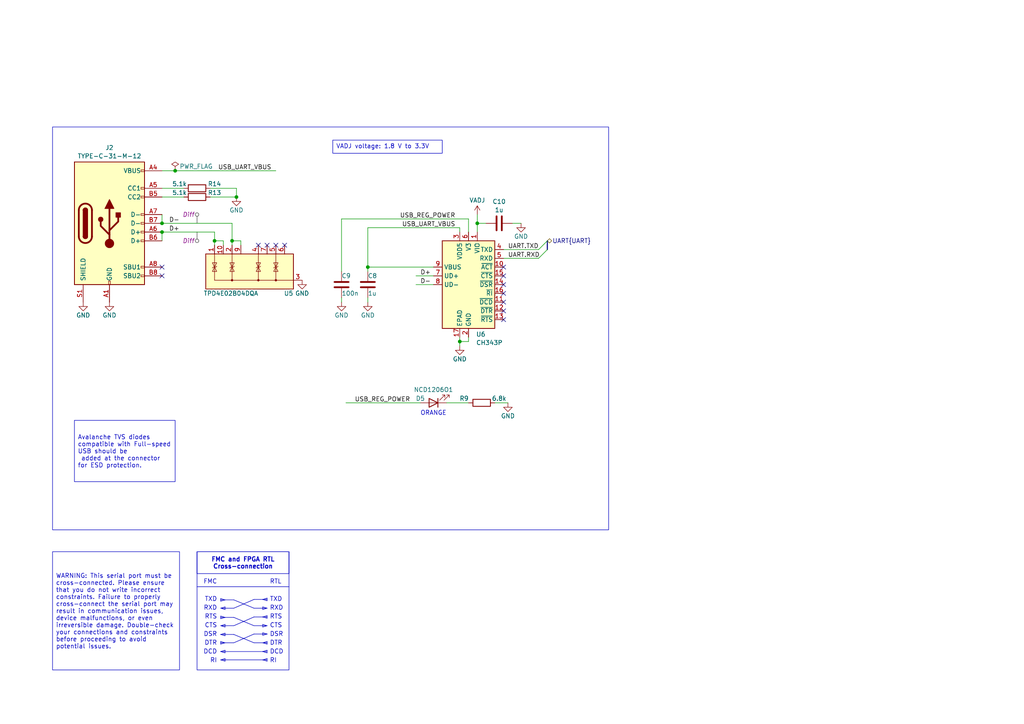
<source format=kicad_sch>
(kicad_sch (version 20231120) (generator "eeschema") (generator_version "8.0")
  (paper "A4")
  (title_block (title "UART") (date "2024-05-26") (rev "1.0.0") (company "CHIPS Alliance") (comment 1 "Yichuan Gao (2024-05-21)") (comment 2 "Yichuan Gao (2024-05-21)") (comment 4 "Yichuan Gao (2024-05-26)"))
  (lib_symbols
    (symbol "CHIPSAlliance_Interface:CH343P"
      (property "Reference" "U" (at -8.89 14.605 0))
      (property "Value" "CH343P" (at 8.255 14.605 0))
      (symbol "CH343P_0_1"
        (rectangle (start -7.62 12.7) (end 7.62 -12.7) (stroke (width 0.254)) (fill (type background)))
      )
      (symbol "CH343P_1_0"
        (pin power_in line (at -2.54 -15.24 90) (length 2.54) (name "EPAD") (number "17"))
      )
      (symbol "CH343P_1_1"
        (pin power_in line (at 2.54 15.24 270) (length 2.54) (name "VIO") (number "1"))
        (pin output line (at 10.16 5.08 180) (length 2.54) (name "~{ACT}") (number "10"))
        (pin input line (at 10.16 -5.08 180) (length 2.54) (name "~{DCD}") (number "11"))
        (pin output line (at 10.16 -7.62 180) (length 2.54) (name "~{DTR}") (number "12"))
        (pin output line (at 10.16 -10.16 180) (length 2.54) (name "~{RTS}") (number "13"))
        (pin input line (at 10.16 0 180) (length 2.54) (name "~{DSR}") (number "14"))
        (pin input line (at 10.16 2.54 180) (length 2.54) (name "~{CTS}") (number "15"))
        (pin input line (at 10.16 -2.54 180) (length 2.54) (name "~{RI}") (number "16"))
        (pin power_in line (at 0 -15.24 90) (length 2.54) (name "GND") (number "2"))
        (pin power_in line (at -2.54 15.24 270) (length 2.54) (name "VDD5") (number "3"))
        (pin output line (at 10.16 10.16 180) (length 2.54) (name "TXD") (number "4"))
        (pin input line (at 10.16 7.62 180) (length 2.54) (name "RXD") (number "5"))
        (pin power_out line (at 0 15.24 270) (length 2.54) (name "V3") (number "6"))
        (pin bidirectional line (at -10.16 2.54 0) (length 2.54) (name "UD+") (number "7"))
        (pin bidirectional line (at -10.16 0 0) (length 2.54) (name "UD-") (number "8"))
        (pin passive line (at -10.16 5.08 0) (length 2.54) (name "VBUS") (number "9"))
      )
    )
    (symbol "CHIPSAlliance_Power:GND" (power) (pin_names (offset 0))
      (property "Value" "GND" (at 0 -3.81 0))
      (symbol "GND_0_1"
        (polyline (pts (xy 0 0) (xy 0 -1.27) (xy 1.27 -1.27) (xy 0 -2.54) (xy -1.27 -1.27) (xy 0 -1.27)))
      )
      (symbol "GND_1_1"
        (pin power_in line (at 0 0 270) (length 0) hide (name "GND") (number "1"))
      )
    )
    (symbol "CHIPSAlliance_Power:VADJ" (power) (pin_names (offset 0))
      (property "Value" "VADJ" (at 0 3.81 0))
      (symbol "VADJ_0_1"
        (polyline (pts (xy -0.762 1.27) (xy 0 2.54)))
        (polyline (pts (xy 0 0) (xy 0 2.54)))
        (polyline (pts (xy 0 2.54) (xy 0.762 1.27)))
      )
      (symbol "VADJ_1_1"
        (pin power_in line (at 0 0 90) (length 0) hide (name "VADJ") (number "1"))
      )
    )
    (symbol "Connector:USB_C_Receptacle_USB2.0_16P" (pin_names (offset 1.016))
      (property "Reference" "J" (at 0 22.225 0))
      (property "Value" "USB_C_Receptacle_USB2.0_16P" (at 0 19.685 0))
      (symbol "USB_C_Receptacle_USB2.0_16P_0_0"
        (rectangle (start -0.254 -17.78) (end 0.254 -16.764))
        (rectangle (start 10.16 -14.986) (end 9.144 -15.494))
        (rectangle (start 10.16 -12.446) (end 9.144 -12.954))
        (rectangle (start 10.16 -4.826) (end 9.144 -5.334))
        (rectangle (start 10.16 -2.286) (end 9.144 -2.794))
        (rectangle (start 10.16 0.254) (end 9.144 -0.254))
        (rectangle (start 10.16 2.794) (end 9.144 2.286))
        (rectangle (start 10.16 7.874) (end 9.144 7.366))
        (rectangle (start 10.16 10.414) (end 9.144 9.906))
        (rectangle (start 10.16 15.494) (end 9.144 14.986))
      )
      (symbol "USB_C_Receptacle_USB2.0_16P_0_1"
        (rectangle (start -10.16 17.78) (end 10.16 -17.78) (stroke (width 0.254)) (fill (type background)))
        (arc (start -8.89 -3.81) (mid -6.985 -5.7067) (end -5.08 -3.81) (stroke (width 0.508)))
        (arc (start -7.62 -3.81) (mid -6.985 -4.4423) (end -6.35 -3.81) (stroke (width 0.254)))
        (arc (start -7.62 -3.81) (mid -6.985 -4.4423) (end -6.35 -3.81) (stroke (width 0.254)) (fill (type outline)))
        (rectangle (start -7.62 -3.81) (end -6.35 3.81) (stroke (width 0.254)) (fill (type outline)))
        (arc (start -6.35 3.81) (mid -6.985 4.4423) (end -7.62 3.81) (stroke (width 0.254)))
        (arc (start -6.35 3.81) (mid -6.985 4.4423) (end -7.62 3.81) (stroke (width 0.254)) (fill (type outline)))
        (arc (start -5.08 3.81) (mid -6.985 5.7067) (end -8.89 3.81) (stroke (width 0.508)))
        (circle (center -2.54 1.143) (radius 0.635) (stroke (width 0.254)) (fill (type outline)))
        (circle (center 0 -5.842) (radius 1.27) (fill (type outline)))
        (polyline (pts (xy -8.89 -3.81) (xy -8.89 3.81)) (stroke (width 0.508)))
        (polyline (pts (xy -5.08 3.81) (xy -5.08 -3.81)) (stroke (width 0.508)))
        (polyline (pts (xy 0 -5.842) (xy 0 4.318)) (stroke (width 0.508)))
        (polyline (pts (xy 0 -3.302) (xy -2.54 -0.762) (xy -2.54 0.508)) (stroke (width 0.508)))
        (polyline (pts (xy 0 -2.032) (xy 2.54 0.508) (xy 2.54 1.778)) (stroke (width 0.508)))
        (polyline (pts (xy -1.27 4.318) (xy 0 6.858) (xy 1.27 4.318) (xy -1.27 4.318)) (stroke (width 0.254)) (fill (type outline)))
        (rectangle (start 1.905 1.778) (end 3.175 3.048) (stroke (width 0.254)) (fill (type outline)))
      )
      (symbol "USB_C_Receptacle_USB2.0_16P_1_1"
        (pin passive line (at 0 -22.86 90) (length 5.08) (name "GND") (number "A1"))
        (pin passive line (at 0 -22.86 90) (length 5.08) hide (name "GND") (number "A12"))
        (pin passive line (at 15.24 15.24 180) (length 5.08) (name "VBUS") (number "A4"))
        (pin bidirectional line (at 15.24 10.16 180) (length 5.08) (name "CC1") (number "A5"))
        (pin bidirectional line (at 15.24 -2.54 180) (length 5.08) (name "D+") (number "A6"))
        (pin bidirectional line (at 15.24 2.54 180) (length 5.08) (name "D-") (number "A7"))
        (pin bidirectional line (at 15.24 -12.7 180) (length 5.08) (name "SBU1") (number "A8"))
        (pin passive line (at 15.24 15.24 180) (length 5.08) hide (name "VBUS") (number "A9"))
        (pin passive line (at 0 -22.86 90) (length 5.08) hide (name "GND") (number "B1"))
        (pin passive line (at 0 -22.86 90) (length 5.08) hide (name "GND") (number "B12"))
        (pin passive line (at 15.24 15.24 180) (length 5.08) hide (name "VBUS") (number "B4"))
        (pin bidirectional line (at 15.24 7.62 180) (length 5.08) (name "CC2") (number "B5"))
        (pin bidirectional line (at 15.24 -5.08 180) (length 5.08) (name "D+") (number "B6"))
        (pin bidirectional line (at 15.24 0 180) (length 5.08) (name "D-") (number "B7"))
        (pin bidirectional line (at 15.24 -15.24 180) (length 5.08) (name "SBU2") (number "B8"))
        (pin passive line (at 15.24 15.24 180) (length 5.08) hide (name "VBUS") (number "B9"))
        (pin passive line (at -7.62 -22.86 90) (length 5.08) (name "SHIELD") (number "S1"))
      )
    )
    (symbol "Device:C" (pin_numbers hide) (pin_names (offset 0.254))
      (property "Reference" "C" (at 0.635 2.54 0))
      (property "Value" "C" (at 0.635 -2.54 0))
      (symbol "C_0_1"
        (polyline (pts (xy -2.032 -0.762) (xy 2.032 -0.762)) (stroke (width 0.508)))
        (polyline (pts (xy -2.032 0.762) (xy 2.032 0.762)) (stroke (width 0.508)))
      )
      (symbol "C_1_1"
        (pin passive line (at 0 3.81 270) (length 2.794) (name "~") (number "1"))
        (pin passive line (at 0 -3.81 90) (length 2.794) (name "~") (number "2"))
      )
    )
    (symbol "Device:LED" (pin_numbers hide) (pin_names (offset 1.016) hide)
      (property "Reference" "D" (at 0 2.54 0))
      (property "Value" "LED" (at 0 -2.54 0))
      (symbol "LED_0_1"
        (polyline (pts (xy -1.27 -1.27) (xy -1.27 1.27)) (stroke (width 0.254)))
        (polyline (pts (xy -1.27 0) (xy 1.27 0)))
        (polyline (pts (xy 1.27 -1.27) (xy 1.27 1.27) (xy -1.27 0) (xy 1.27 -1.27)) (stroke (width 0.254)))
        (polyline (pts (xy -3.048 -0.762) (xy -4.572 -2.286) (xy -3.81 -2.286) (xy -4.572 -2.286) (xy -4.572 -1.524)))
        (polyline (pts (xy -1.778 -0.762) (xy -3.302 -2.286) (xy -2.54 -2.286) (xy -3.302 -2.286) (xy -3.302 -1.524)))
      )
      (symbol "LED_1_1"
        (pin passive line (at -3.81 0 0) (length 2.54) (name "K") (number "1"))
        (pin passive line (at 3.81 0 180) (length 2.54) (name "A") (number "2"))
      )
    )
    (symbol "Device:R" (pin_numbers hide) (pin_names (offset 0))
      (property "Reference" "R" (at 2.032 0 90))
      (property "Value" "R" (at 0 0 90))
      (symbol "R_0_1"
        (rectangle (start -1.016 -2.54) (end 1.016 2.54) (stroke (width 0.254)))
      )
      (symbol "R_1_1"
        (pin passive line (at 0 3.81 270) (length 1.27) (name "~") (number "1"))
        (pin passive line (at 0 -3.81 90) (length 1.27) (name "~") (number "2"))
      )
    )
    (symbol "Power_Protection:TPD4E02B04DQA" (pin_names hide)
      (property "Reference" "U" (at 2.54 -11.43 0))
      (property "Value" "TPD4E02B04DQA" (at 7.62 1.905 0))
      (symbol "TPD4E02B04DQA_0_0"
        (pin passive line (at 2.54 -15.24 90) (length 2.54) (name "G") (number "3"))
      )
      (symbol "TPD4E02B04DQA_0_1"
        (rectangle (start -5.08 12.7) (end 5.08 -12.7) (stroke (width 0.254)) (fill (type background)))
        (polyline (pts (xy -5.08 -7.62) (xy 2.54 -7.62)))
        (polyline (pts (xy -5.08 -2.54) (xy 2.54 -2.54)))
        (polyline (pts (xy -5.08 5.08) (xy 2.54 5.08)))
        (polyline (pts (xy -5.08 10.16) (xy 2.54 10.16)))
        (polyline (pts (xy 2.54 10.16) (xy 2.54 -12.7)) (stroke (width 0.1524)))
        (polyline (pts (xy -1.27 -7.62) (xy 0 -8.255) (xy 0 -6.985) (xy -1.27 -7.62)))
        (polyline (pts (xy -1.27 -2.54) (xy 0 -3.175) (xy 0 -1.905) (xy -1.27 -2.54)))
        (polyline (pts (xy -1.27 5.08) (xy 0 4.445) (xy 0 5.715) (xy -1.27 5.08)))
        (polyline (pts (xy -1.27 10.16) (xy 0 9.525) (xy 0 10.795) (xy -1.27 10.16)))
        (circle (center 2.54 -7.62) (radius 0.254) (fill (type outline)))
        (circle (center 2.54 -2.54) (radius 0.254) (fill (type outline)))
        (circle (center 2.54 5.08) (radius 0.254) (fill (type outline)))
      )
      (symbol "TPD4E02B04DQA_1_1"
        (polyline (pts (xy -1.524 -8.255) (xy -1.27 -8.001) (xy -1.27 -7.239) (xy -1.016 -6.985)))
        (polyline (pts (xy -1.524 -3.175) (xy -1.27 -2.921) (xy -1.27 -2.159) (xy -1.016 -1.905)))
        (polyline (pts (xy -1.524 4.445) (xy -1.27 4.699) (xy -1.27 5.461) (xy -1.016 5.715)))
        (polyline (pts (xy -1.524 9.525) (xy -1.27 9.779) (xy -1.27 10.541) (xy -1.016 10.795)))
        (polyline (pts (xy -1.27 -7.62) (xy -2.54 -8.255) (xy -2.54 -6.985) (xy -1.27 -7.62)))
        (polyline (pts (xy -1.27 -2.54) (xy -2.54 -3.175) (xy -2.54 -1.905) (xy -1.27 -2.54)))
        (polyline (pts (xy -1.27 5.08) (xy -2.54 4.445) (xy -2.54 5.715) (xy -1.27 5.08)))
        (polyline (pts (xy -1.27 10.16) (xy -2.54 9.525) (xy -2.54 10.795) (xy -1.27 10.16)))
        (pin passive line (at -7.62 10.16 0) (length 2.54) (name "IO1") (number "1"))
        (pin free line (at -7.62 7.62 0) (length 2.54) (name "NC") (number "10"))
        (pin passive line (at -7.62 5.08 0) (length 2.54) (name "IO2") (number "2"))
        (pin passive line (at -7.62 -2.54 0) (length 2.54) (name "IO3") (number "4"))
        (pin passive line (at -7.62 -7.62 0) (length 2.54) (name "IO4") (number "5"))
        (pin free line (at -7.62 -10.16 0) (length 2.54) (name "NC") (number "6"))
        (pin free line (at -7.62 -5.08 0) (length 2.54) (name "NC") (number "7"))
        (pin passive line (at 2.54 -15.24 90) (length 2.54) hide (name "G") (number "8"))
        (pin free line (at -7.62 2.54 0) (length 2.54) (name "NC") (number "9"))
      )
    )
    (symbol "power:PWR_FLAG" (power) (pin_numbers hide) (pin_names (offset 0) hide)
      (property "Value" "PWR_FLAG" (at 0 3.81 0))
      (symbol "PWR_FLAG_0_0"
        (pin power_out line (at 0 0 90) (length 0) (name "~") (number "1"))
      )
      (symbol "PWR_FLAG_0_1"
        (polyline (pts (xy 0 0) (xy 0 1.27) (xy -1.016 1.905) (xy 0 2.54) (xy 1.016 1.905) (xy 0 1.27)))
      )
    )
  )
  (bus_alias "SDIO" (members "DAT0" "DAT1" "DAT2" "DAT3" "CMD" "CLK"))
  (bus_alias "UART" (members "TXD" "RXD" "~{RTS}" "~{CTS}" "~{DSR}" "~{DTR}" "~{DCD}" "~{RI}"))
  (junction (at 46.99 67.31))
  (junction (at 106.68 77.47))
  (junction (at 133.35 99.06))
  (junction (at 138.43 64.77))
  (junction (at 46.99 64.77))
  (junction (at 67.31 69.85))
  (junction (at 68.58 57.15))
  (junction (at 62.23 69.85))
  (junction (at 50.8 49.53))
  (no_connect (at 146.05 92.71))
  (no_connect (at 46.99 80.01))
  (no_connect (at 146.05 77.47))
  (no_connect (at 146.05 85.09))
  (no_connect (at 74.93 71.12))
  (no_connect (at 146.05 82.55))
  (no_connect (at 80.01 71.12))
  (no_connect (at 77.47 71.12))
  (no_connect (at 146.05 87.63))
  (no_connect (at 82.55 71.12))
  (no_connect (at 146.05 90.17))
  (no_connect (at 146.05 80.01))
  (no_connect (at 46.99 77.47))
  (bus_entry (at 156.21 74.93) (size 2.54 -2.54))
  (bus_entry (at 156.21 72.39) (size 2.54 -2.54))
  (polyline (pts (xy 77.47 189.357) (xy 76.2 188.976)))
  (polyline (pts (xy 64.008 174.371) (xy 65.278 173.99)))
  (wire (pts (xy 133.35 66.04) (xy 106.68 66.04)))
  (polyline (pts (xy 67.818 181.483) (xy 73.66 178.943)))
  (wire (pts (xy 53.34 57.15) (xy 46.99 57.15)))
  (polyline (pts (xy 65.278 191.008) (xy 64.008 191.389)))
  (polyline (pts (xy 67.818 176.403) (xy 73.66 173.863)))
  (wire (pts (xy 133.35 67.31) (xy 133.35 66.04)))
  (wire (pts (xy 135.89 97.79) (xy 135.89 99.06)))
  (polyline (pts (xy 65.278 181.864) (xy 65.278 181.102)))
  (polyline (pts (xy 64.008 186.817) (xy 65.278 186.436)))
  (wire (pts (xy 99.06 63.5) (xy 135.89 63.5)))
  (wire (pts (xy 69.85 71.12) (xy 69.85 69.85)))
  (polyline (pts (xy 77.47 189.357) (xy 77.47 188.595)))
  (polyline (pts (xy 67.818 186.436) (xy 73.66 183.896)))
  (polyline (pts (xy 64.008 173.609) (xy 65.278 173.99)))
  (polyline (pts (xy 67.818 179.07) (xy 73.66 181.483)))
  (polyline (pts (xy 67.818 181.483) (xy 64.008 181.483)))
  (wire (pts (xy 46.99 67.31) (xy 46.99 69.85)))
  (wire (pts (xy 64.77 69.85) (xy 62.23 69.85)))
  (polyline (pts (xy 77.47 178.943) (xy 73.66 178.943)))
  (wire (pts (xy 50.8 49.53) (xy 46.99 49.53)))
  (wire (pts (xy 46.99 62.23) (xy 46.99 64.77)))
  (wire (pts (xy 138.43 64.77) (xy 138.43 67.31)))
  (wire (pts (xy 106.68 78.74) (xy 106.68 77.47)))
  (polyline (pts (xy 65.278 181.102) (xy 64.008 181.483)))
  (polyline (pts (xy 77.47 186.055) (xy 76.2 186.436)))
  (wire (pts (xy 64.77 71.12) (xy 64.77 69.85)))
  (wire (pts (xy 138.43 64.77) (xy 140.97 64.77)))
  (wire (pts (xy 67.31 64.77) (xy 67.31 69.85)))
  (polyline (pts (xy 76.2 181.102) (xy 76.2 181.864)))
  (polyline (pts (xy 76.2 176.022) (xy 77.47 176.403)))
  (polyline (pts (xy 76.2 176.784) (xy 77.47 176.403)))
  (wire (pts (xy 99.06 78.74) (xy 99.06 63.5)))
  (polyline (pts (xy 77.47 186.817) (xy 77.47 186.055)))
  (wire (pts (xy 143.51 116.84) (xy 147.32 116.84)))
  (polyline (pts (xy 64.008 186.436) (xy 67.818 186.436)))
  (polyline (pts (xy 77.47 174.244) (xy 77.47 173.482)))
  (polyline (pts (xy 77.47 191.77) (xy 77.47 191.008)))
  (polyline (pts (xy 77.47 186.436) (xy 73.66 186.436)))
  (wire (pts (xy 53.34 54.61) (xy 46.99 54.61)))
  (wire (pts (xy 129.54 116.84) (xy 135.89 116.84)))
  (polyline (pts (xy 77.47 191.008) (xy 76.2 191.389)))
  (polyline (pts (xy 64.008 173.609) (xy 64.008 174.371)))
  (wire (pts (xy 120.65 82.55) (xy 125.73 82.55)))
  (polyline (pts (xy 77.47 186.817) (xy 76.2 186.436)))
  (wire (pts (xy 62.23 69.85) (xy 62.23 71.12)))
  (polyline (pts (xy 67.818 184.023) (xy 73.66 186.436)))
  (polyline (pts (xy 65.278 188.595) (xy 64.008 188.976)))
  (wire (pts (xy 156.21 74.93) (xy 146.05 74.93)))
  (wire (pts (xy 156.21 72.39) (xy 146.05 72.39)))
  (wire (pts (xy 68.58 57.15) (xy 60.96 57.15)))
  (polyline (pts (xy 77.47 191.77) (xy 76.2 191.389)))
  (wire (pts (xy 69.85 69.85) (xy 67.31 69.85)))
  (wire (pts (xy 106.68 77.47) (xy 125.73 77.47)))
  (polyline (pts (xy 65.278 181.864) (xy 64.008 181.483)))
  (polyline (pts (xy 77.47 179.324) (xy 76.2 178.943)))
  (wire (pts (xy 99.06 87.63) (xy 99.06 86.36)))
  (wire (pts (xy 62.23 67.31) (xy 62.23 69.85)))
  (polyline (pts (xy 73.66 181.483) (xy 77.47 181.483)))
  (polyline (pts (xy 77.343 191.389) (xy 64.008 191.389)))
  (wire (pts (xy 148.59 64.77) (xy 151.13 64.77)))
  (wire (pts (xy 68.58 54.61) (xy 60.96 54.61)))
  (wire (pts (xy 106.68 87.63) (xy 106.68 86.36)))
  (polyline (pts (xy 64.008 178.689) (xy 64.008 179.451)))
  (wire (pts (xy 106.68 66.04) (xy 106.68 77.47)))
  (polyline (pts (xy 67.818 176.403) (xy 64.008 176.403)))
  (wire (pts (xy 68.58 54.61) (xy 68.58 57.15)))
  (polyline (pts (xy 76.2 183.515) (xy 77.47 183.896)))
  (polyline (pts (xy 65.278 184.404) (xy 64.008 184.023)))
  (polyline (pts (xy 77.343 188.976) (xy 64.008 188.976)))
  (wire (pts (xy 100.33 116.84) (xy 121.92 116.84)))
  (polyline (pts (xy 65.278 189.357) (xy 65.278 188.595)))
  (polyline (pts (xy 65.278 189.357) (xy 64.008 188.976)))
  (polyline (pts (xy 64.008 186.055) (xy 64.008 186.817)))
  (bus (pts (xy 158.75 69.85) (xy 158.75 72.39)))
  (polyline (pts (xy 64.008 173.99) (xy 67.818 173.99)))
  (wire (pts (xy 80.01 49.53) (xy 50.8 49.53)))
  (wire (pts (xy 67.31 69.85) (xy 67.31 71.12)))
  (polyline (pts (xy 77.47 178.562) (xy 76.2 178.943)))
  (polyline (pts (xy 65.278 176.784) (xy 64.008 176.403)))
  (polyline (pts (xy 77.47 179.324) (xy 77.47 178.562)))
  (polyline (pts (xy 64.008 179.07) (xy 67.818 179.07)))
  (polyline (pts (xy 73.66 176.403) (xy 77.47 176.403)))
  (polyline (pts (xy 77.47 174.244) (xy 76.2 173.863)))
  (polyline (pts (xy 67.818 173.99) (xy 73.66 176.403)))
  (wire (pts (xy 135.89 99.06) (xy 133.35 99.06)))
  (polyline (pts (xy 64.008 179.451) (xy 65.278 179.07)))
  (polyline (pts (xy 76.2 183.515) (xy 76.2 184.277)))
  (wire (pts (xy 133.35 97.79) (xy 133.35 99.06)))
  (polyline (pts (xy 65.278 191.77) (xy 65.278 191.008)))
  (wire (pts (xy 133.35 99.06) (xy 133.35 100.33)))
  (polyline (pts (xy 65.278 176.784) (xy 65.278 176.022)))
  (polyline (pts (xy 77.47 173.863) (xy 73.66 173.863)))
  (polyline (pts (xy 73.66 183.896) (xy 77.47 183.896)))
  (polyline (pts (xy 76.2 181.102) (xy 77.47 181.483)))
  (polyline (pts (xy 65.278 184.404) (xy 65.278 183.642)))
  (polyline (pts (xy 67.818 184.023) (xy 64.008 184.023)))
  (wire (pts (xy 138.43 62.23) (xy 138.43 64.77)))
  (polyline (pts (xy 64.008 178.689) (xy 65.278 179.07)))
  (wire (pts (xy 46.99 64.77) (xy 67.31 64.77)))
  (polyline (pts (xy 77.47 188.595) (xy 76.2 188.976)))
  (polyline (pts (xy 76.2 176.022) (xy 76.2 176.784)))
  (polyline (pts (xy 77.47 173.482) (xy 76.2 173.863)))
  (polyline (pts (xy 64.008 186.055) (xy 65.278 186.436)))
  (polyline (pts (xy 65.278 176.022) (xy 64.008 176.403)))
  (wire (pts (xy 120.65 80.01) (xy 125.73 80.01)))
  (polyline (pts (xy 76.2 181.864) (xy 77.47 181.483)))
  (wire (pts (xy 135.89 67.31) (xy 135.89 63.5)))
  (polyline (pts (xy 57.15 170.18) (xy 83.82 170.18)))
  (wire (pts (xy 62.23 67.31) (xy 46.99 67.31)))
  (polyline (pts (xy 76.2 184.277) (xy 77.47 183.896)))
  (polyline (pts (xy 65.278 183.642) (xy 64.008 184.023)))
  (polyline (pts (xy 65.278 191.77) (xy 64.008 191.389)))
  (rectangle (start 57.15 160.02) (end 83.82 194.31))
  (rectangle (start 15.24 36.83) (end 176.53 153.67))
  (text_box "FMC and FPGA RTL\nCross-connection" (at 57.15 160.02 0) (size 26.67 6.35) (effects (font (size 1.27 1.27) (thickness 0.254) (bold yes))))
  (text_box "WARNING: This serial port must be cross-connected. Please ensure that you do not write incorrect constraints. Failure to properly cross-connect the serial port may result in communication issues, device malfunctions, or even irreversible damage. Double-check your connections and constraints before proceeding to avoid potential issues." (at 15.24 160.02 0) (size 36.83 34.29) (effects (font (size 1.27 1.27)) (justify left)))
  (text_box "VADJ voltage: 1.8 V to 3.3V" (at 96.52 40.64 0) (size 31.75 3.81) (effects (font (size 1.27 1.27)) (justify left top)))
  (text_box "Avalanche TVS diodes compatible with Full-speed USB should be\n added at the connector for ESD protection." (at 21.59 121.92 0) (size 29.21 17.78) (effects (font (size 1.27 1.27)) (justify left)))
  (text "ORANGE" (at 121.92 120.65 0) (effects (font (size 1.27 1.27)) (justify left bottom)))
  (text "FMC" (at 62.992 169.545 0) (effects (font (size 1.27 1.27)) (justify right bottom)))
  (text "RXD" (at 62.992 177.165 0) (effects (font (size 1.27 1.27)) (justify right bottom)))
  (text "TXD" (at 78.232 174.625 0) (effects (font (size 1.27 1.27)) (justify left bottom)))
  (text "RXD" (at 78.232 177.165 0) (effects (font (size 1.27 1.27)) (justify left bottom)))
  (text "DCD" (at 62.992 189.865 0) (effects (font (size 1.27 1.27)) (justify right bottom)))
  (text "RTS" (at 78.232 179.705 0) (effects (font (size 1.27 1.27)) (justify left bottom)))
  (text "DSR" (at 78.232 184.785 0) (effects (font (size 1.27 1.27)) (justify left bottom)))
  (text "DTR" (at 78.232 187.325 0) (effects (font (size 1.27 1.27)) (justify left bottom)))
  (text "CTS" (at 78.232 182.245 0) (effects (font (size 1.27 1.27)) (justify left bottom)))
  (text "RTS" (at 62.992 179.705 0) (effects (font (size 1.27 1.27)) (justify right bottom)))
  (text "DSR" (at 62.992 184.785 0) (effects (font (size 1.27 1.27)) (justify right bottom)))
  (text "RI" (at 62.992 192.405 0) (effects (font (size 1.27 1.27)) (justify right bottom)))
  (text "RTL" (at 78.232 169.545 0) (effects (font (size 1.27 1.27)) (justify left bottom)))
  (text "CTS" (at 62.992 182.245 0) (effects (font (size 1.27 1.27)) (justify right bottom)))
  (text "DTR" (at 62.992 187.325 0) (effects (font (size 1.27 1.27)) (justify right bottom)))
  (text "TXD" (at 62.992 174.625 0) (effects (font (size 1.27 1.27)) (justify right bottom)))
  (text "DCD" (at 78.232 189.865 0) (effects (font (size 1.27 1.27)) (justify left bottom)))
  (text "RI" (at 78.232 192.405 0) (effects (font (size 1.27 1.27)) (justify left bottom)))
  (label "UART.TXD" (at 147.32 72.39 0))
  (label "USB_UART_VBUS" (at 132.08 66.04 180))
  (label "D-" (at 52.07 64.77 180))
  (label "D+" (at 121.92 80.01 0))
  (label "D-" (at 121.92 82.55 0))
  (label "USB_REG_POWER" (at 102.87 116.84 0))
  (label "D+" (at 52.07 67.31 180))
  (label "UART.RXD" (at 147.32 74.93 0))
  (label "USB_UART_VBUS" (at 78.74 49.53 180))
  (label "USB_REG_POWER" (at 132.08 63.5 180))
  (hierarchical_label "UART{UART}" (shape tri_state) (at 158.75 69.85 0))
  (netclass_flag "" (length 2.54) (shape round) (at 57.15 64.77 0) (property "Netclass" "Diff" (at 56.4515 62.23 0) (effects (font (italic yes)) (justify right))))
  (netclass_flag "" (length 2.54) (shape round) (at 57.15 67.31 180) (property "Netclass" "Diff" (at 56.4515 69.85 0) (effects (font (italic yes)) (justify right))))
  (symbol (lib_id "Power_Protection:TPD4E02B04DQA") (at 72.39 78.74 90) (mirror x) (unit 1)
    (property "Reference" "U5" (at 85.09 85.09 90) (effects (justify left)))
    (property "Value" "TPD4E02B04DQA" (at 74.93 85.09 90) (effects (justify left)))
    (property "Footprint" "Package_SON:USON-10_2.5x1.0mm_P0.5mm" (effects (hide yes)))
    (property "Datasheet" "http://www.ti.com/lit/ds/symlink/tpd4e02b04.pdf" (effects (hide yes)))
  )
  (symbol (lib_id "CHIPSAlliance_Power:GND") (at 68.58 57.15 0) (mirror y) (unit 1)
    (property "Reference" "#PWR093" (effects (hide yes)))
    (property "Value" "GND" (at 68.58 60.96 0))
  )
  (symbol (lib_id "Device:C") (at 106.68 82.55 0) (unit 1)
    (property "Reference" "C8" (at 106.68 80.01 0) (effects (justify left)))
    (property "Value" "1u" (at 106.68 85.09 0) (effects (justify left)))
    (property "Footprint" "Capacitor_SMD:C_0402_1005Metric" (effects (hide yes)))
  )
  (symbol (lib_id "Device:C") (at 144.78 64.77 90) (unit 1)
    (property "Reference" "C10" (at 144.78 58.4665 90))
    (property "Value" "1u" (at 144.78 60.8908 90))
    (property "Footprint" "Capacitor_SMD:C_0402_1005Metric" (effects (hide yes)))
  )
  (symbol (lib_id "CHIPSAlliance_Power:GND") (at 87.63 81.28 0) (mirror y) (unit 1)
    (property "Reference" "#PWR0234" (effects (hide yes)))
    (property "Value" "GND" (at 87.63 85.09 0))
  )
  (symbol (lib_id "Device:R") (at 139.7 116.84 90) (unit 1)
    (property "Reference" "R9" (at 134.62 115.57 90))
    (property "Value" "6.8k" (at 144.78 115.57 90))
    (property "Footprint" "Resistor_SMD:R_0402_1005Metric" (effects (hide yes)))
  )
  (symbol (lib_id "CHIPSAlliance_Power:VADJ") (at 138.43 62.23 0) (unit 1)
    (property "Reference" "#PWR0100" (effects (hide yes)))
    (property "Value" "VADJ" (at 138.43 58.0969 0))
  )
  (symbol (lib_id "CHIPSAlliance_Interface:CH343P") (at 135.89 82.55 0) (unit 1)
    (property "Reference" "U6" (at 138.0841 96.9701 0) (effects (justify left)))
    (property "Value" "CH343P" (at 138.0841 99.3944 0) (effects (justify left)))
    (property "Footprint" "Package_DFN_QFN:QFN-16-1EP_3x3mm_P0.5mm_EP1.7x1.7mm" (effects (hide yes)))
    (property "Datasheet" "https://www.wch.cn/downloads/CH343DS1_PDF.html" (effects (hide yes)))
    (property "Description" "USB to High-Speed Serial Port Chip" (effects (hide yes)))
  )
  (symbol (lib_id "CHIPSAlliance_Power:GND") (at 106.68 87.63 0) (unit 1)
    (property "Reference" "#PWR0106" (effects (hide yes)))
    (property "Value" "GND" (at 106.68 91.44 0))
  )
  (symbol (lib_id "CHIPSAlliance_Power:GND") (at 99.06 87.63 0) (unit 1)
    (property "Reference" "#PWR0102" (effects (hide yes)))
    (property "Value" "GND" (at 99.06 91.44 0))
  )
  (symbol (lib_id "Device:LED") (at 125.73 116.84 180) (unit 1)
    (property "Reference" "D5" (at 121.92 115.57 0))
    (property "Value" "NCD1206O1" (at 125.73 113.03 0))
    (property "Footprint" "LED_SMD:LED_1206_3216Metric" (effects (hide yes)))
    (property "Datasheet" "https://atta.szlcsc.com/upload/public/pdf/source/20200820/C130716_FB690F3C88618721E8D554623CE0FE83.pdf" (effects (hide yes)))
  )
  (symbol (lib_id "CHIPSAlliance_Power:GND") (at 151.13 64.77 0) (unit 1)
    (property "Reference" "#PWR018" (effects (hide yes)))
    (property "Value" "GND" (at 151.13 68.58 0))
  )
  (symbol (lib_id "Device:R") (at 57.15 57.15 270) (mirror x) (unit 1)
    (property "Reference" "R13" (at 62.23 55.88 90))
    (property "Value" "5.1k" (at 52.07 55.88 90))
    (property "Footprint" "Resistor_SMD:R_0402_1005Metric" (effects (hide yes)))
  )
  (symbol (lib_id "CHIPSAlliance_Power:GND") (at 24.13 87.63 0) (mirror y) (unit 1)
    (property "Reference" "#PWR095" (effects (hide yes)))
    (property "Value" "GND" (at 24.13 91.44 0))
  )
  (symbol (lib_id "CHIPSAlliance_Power:GND") (at 147.32 116.84 0) (unit 1)
    (property "Reference" "#PWR0107" (effects (hide yes)))
    (property "Value" "GND" (at 147.32 120.65 0))
  )
  (symbol (lib_id "Device:C") (at 99.06 82.55 0) (unit 1)
    (property "Reference" "C9" (at 99.06 80.01 0) (effects (justify left)))
    (property "Value" "100n" (at 99.06 85.09 0) (effects (justify left)))
    (property "Footprint" "Capacitor_SMD:C_0402_1005Metric" (effects (hide yes)))
  )
  (symbol (lib_id "Connector:USB_C_Receptacle_USB2.0_16P") (at 31.75 64.77 0) (unit 1)
    (property "Reference" "J2" (at 31.75 42.8455 0))
    (property "Value" "TYPE-C-31-M-12" (at 31.75 45.2698 0))
    (property "Footprint" "CHIPSAlliance_Connector:USB_C_Receptacle_HRO_TYPE-C-31-M-12" (effects (hide yes)))
    (property "Datasheet" "https://www.usb.org/sites/default/files/documents/usb_type-c.zip" (effects (hide yes)))
    (property "Description" "USB 2.0-only 16P Type-C Receptacle connector" (effects (hide yes)))
  )
  (symbol (lib_id "Device:R") (at 57.15 54.61 270) (mirror x) (unit 1)
    (property "Reference" "R14" (at 62.23 53.34 90))
    (property "Value" "5.1k" (at 52.07 53.34 90))
    (property "Footprint" "Resistor_SMD:R_0402_1005Metric" (effects (hide yes)))
  )
  (symbol (lib_id "CHIPSAlliance_Power:GND") (at 31.75 87.63 0) (mirror y) (unit 1)
    (property "Reference" "#PWR094" (effects (hide yes)))
    (property "Value" "GND" (at 31.75 91.44 0))
  )
  (symbol (lib_id "power:PWR_FLAG") (at 50.8 49.53 0) (mirror y) (unit 1)
    (property "Reference" "#FLG0102" (effects (hide yes)))
    (property "Value" "PWR_FLAG" (at 52.07 48.26 0) (effects (justify right)))
    (property "Description" "Special symbol for telling ERC where power comes from" (effects (hide yes)))
  )
  (symbol (lib_id "CHIPSAlliance_Power:GND") (at 133.35 100.33 0) (unit 1)
    (property "Reference" "#PWR0103" (effects (hide yes)))
    (property "Value" "GND" (at 133.35 104.14 0))
  )
)
</source>
